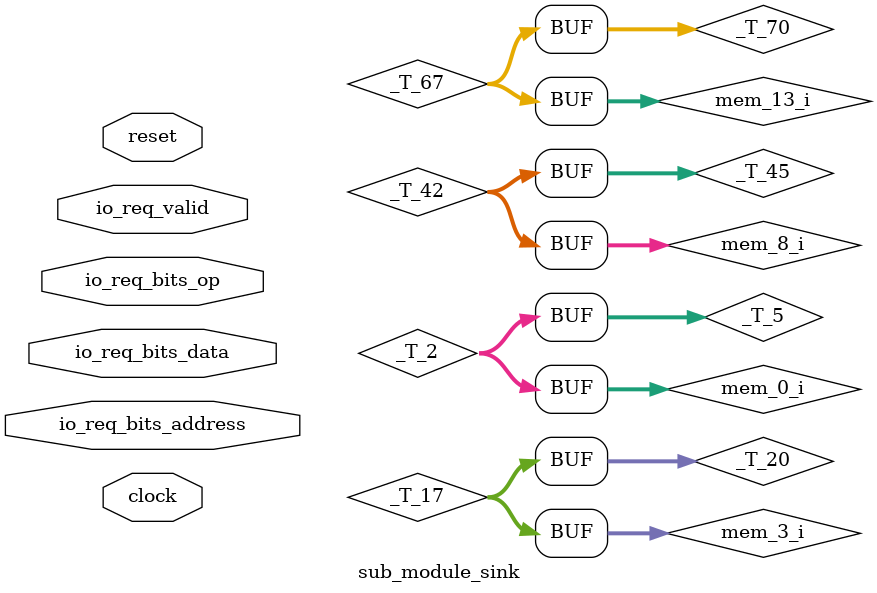
<source format=v>
module method_valid_top(
    input  wire  clock, //@ phgl_generator.py:85
    input  wire  reset  //@ phgl_generator.py:85
);
    wire  md_source_io_req_valid; //@ demo_method_valid.py:46
    wire [3:0] md_source_io_req_bits_op; //@ demo_method_valid.py:46
    wire [3:0] md_source_io_req_bits_address; //@ demo_method_valid.py:46
    wire [31:0] md_source_io_req_bits_data; //@ demo_method_valid.py:46
    wire  md_source_clock; //@ demo_method_valid.py:46
    wire  md_source_reset; //@ demo_method_valid.py:46
    wire  md_sink_io_req_valid; //@ demo_method_valid.py:47
    wire [3:0] md_sink_io_req_bits_op; //@ demo_method_valid.py:47
    wire [3:0] md_sink_io_req_bits_address; //@ demo_method_valid.py:47
    wire [31:0] md_sink_io_req_bits_data; //@ demo_method_valid.py:47
    wire  md_sink_clock; //@ demo_method_valid.py:47
    wire  md_sink_reset; //@ demo_method_valid.py:47
    sub_module_source md_source( //@ demo_method_valid.py:46
        .io_req_valid(md_source_io_req_valid),
        .io_req_bits_op(md_source_io_req_bits_op),
        .io_req_bits_address(md_source_io_req_bits_address),
        .io_req_bits_data(md_source_io_req_bits_data),
        .clock(md_source_clock),
        .reset(md_source_reset)
    );
    assign md_source_clock = clock; //@ demo_method_valid.py:46
    assign md_source_reset = reset; //@ demo_method_valid.py:46
    sub_module_sink md_sink( //@ demo_method_valid.py:47
        .io_req_valid(md_sink_io_req_valid),
        .io_req_bits_op(md_sink_io_req_bits_op),
        .io_req_bits_address(md_sink_io_req_bits_address),
        .io_req_bits_data(md_sink_io_req_bits_data),
        .clock(md_sink_clock),
        .reset(md_sink_reset)
    );
    assign md_sink_clock = clock; //@ demo_method_valid.py:47
    assign md_sink_reset = reset; //@ demo_method_valid.py:47
    assign md_sink_io_req_bits_data = md_source_io_req_bits_data; //@ demo_method_valid.py:48
    assign md_sink_io_req_bits_address = md_source_io_req_bits_address; //@ demo_method_valid.py:48
    assign md_sink_io_req_bits_op = md_source_io_req_bits_op; //@ demo_method_valid.py:48
    assign md_sink_io_req_valid = md_source_io_req_valid; //@ demo_method_valid.py:48
endmodule
module sub_module_source(
    output wire  io_req_valid, //@ demo_method_valid.py:14
    output wire [3:0] io_req_bits_op, //@ demo_method_valid.py:14
    output wire [3:0] io_req_bits_address, //@ demo_method_valid.py:14
    output wire [31:0] io_req_bits_data, //@ demo_method_valid.py:14
    input  wire  clock, //@ demo_method_valid.py:46
    input  wire  reset  //@ demo_method_valid.py:46
);
    assign io_req_valid = 1'h1; //@ demo_method_valid.py:19
    assign io_req_bits_op = 4'h1; //@ demo_method_valid.py:20
    assign io_req_bits_address = 4'h5; //@ demo_method_valid.py:21
    assign io_req_bits_data = 32'h12345678; //@ demo_method_valid.py:22
endmodule
module sub_module_sink(
    input  wire  io_req_valid, //@ demo_method_valid.py:28
    input  wire [3:0] io_req_bits_op, //@ demo_method_valid.py:28
    input  wire [3:0] io_req_bits_address, //@ demo_method_valid.py:28
    input  wire [31:0] io_req_bits_data, //@ demo_method_valid.py:28
    input  wire  clock, //@ demo_method_valid.py:47
    input  wire  reset  //@ demo_method_valid.py:47
);
    wire [31:0] mem_0_i; //@ demo_method_valid.py:33
    reg  [31:0] mem_0_o; //@ demo_method_valid.py:33
    wire [31:0] mem_1_i; //@ demo_method_valid.py:33
    reg  [31:0] mem_1_o; //@ demo_method_valid.py:33
    wire [31:0] mem_2_i; //@ demo_method_valid.py:33
    reg  [31:0] mem_2_o; //@ demo_method_valid.py:33
    wire [31:0] mem_3_i; //@ demo_method_valid.py:33
    reg  [31:0] mem_3_o; //@ demo_method_valid.py:33
    wire [31:0] mem_4_i; //@ demo_method_valid.py:33
    reg  [31:0] mem_4_o; //@ demo_method_valid.py:33
    wire [31:0] mem_5_i; //@ demo_method_valid.py:33
    reg  [31:0] mem_5_o; //@ demo_method_valid.py:33
    wire [31:0] mem_6_i; //@ demo_method_valid.py:33
    reg  [31:0] mem_6_o; //@ demo_method_valid.py:33
    wire [31:0] mem_7_i; //@ demo_method_valid.py:33
    reg  [31:0] mem_7_o; //@ demo_method_valid.py:33
    wire [31:0] mem_8_i; //@ demo_method_valid.py:33
    reg  [31:0] mem_8_o; //@ demo_method_valid.py:33
    wire [31:0] mem_9_i; //@ demo_method_valid.py:33
    reg  [31:0] mem_9_o; //@ demo_method_valid.py:33
    wire [31:0] mem_10_i; //@ demo_method_valid.py:33
    reg  [31:0] mem_10_o; //@ demo_method_valid.py:33
    wire [31:0] mem_11_i; //@ demo_method_valid.py:33
    reg  [31:0] mem_11_o; //@ demo_method_valid.py:33
    wire [31:0] mem_12_i; //@ demo_method_valid.py:33
    reg  [31:0] mem_12_o; //@ demo_method_valid.py:33
    wire [31:0] mem_13_i; //@ demo_method_valid.py:33
    reg  [31:0] mem_13_o; //@ demo_method_valid.py:33
    wire [31:0] mem_14_i; //@ demo_method_valid.py:33
    reg  [31:0] mem_14_o; //@ demo_method_valid.py:33
    wire [31:0] mem_15_i; //@ demo_method_valid.py:33
    reg  [31:0] mem_15_o; //@ demo_method_valid.py:33
    wire  _T_0; //@ demo_method_valid.py:35
    wire  _T_1; //@ demo_method_valid.py:36
    wire [31:0] _T_2; //@ demo_method_valid.py:36
    wire  _T_3; //@ demo_method_valid.py:36
    wire  _T_4; //@ demo_method_valid.py:36
    wire [31:0] _T_5; //@ demo_method_valid.py:36
    wire  _T_6; //@ demo_method_valid.py:36
    wire [31:0] _T_7; //@ demo_method_valid.py:36
    wire  _T_8; //@ demo_method_valid.py:36
    wire  _T_9; //@ demo_method_valid.py:36
    wire [31:0] _T_10; //@ demo_method_valid.py:36
    wire  _T_11; //@ demo_method_valid.py:36
    wire [31:0] _T_12; //@ demo_method_valid.py:36
    wire  _T_13; //@ demo_method_valid.py:36
    wire  _T_14; //@ demo_method_valid.py:36
    wire [31:0] _T_15; //@ demo_method_valid.py:36
    wire  _T_16; //@ demo_method_valid.py:36
    wire [31:0] _T_17; //@ demo_method_valid.py:36
    wire  _T_18; //@ demo_method_valid.py:36
    wire  _T_19; //@ demo_method_valid.py:36
    wire [31:0] _T_20; //@ demo_method_valid.py:36
    wire  _T_21; //@ demo_method_valid.py:36
    wire [31:0] _T_22; //@ demo_method_valid.py:36
    wire  _T_23; //@ demo_method_valid.py:36
    wire  _T_24; //@ demo_method_valid.py:36
    wire [31:0] _T_25; //@ demo_method_valid.py:36
    wire  _T_26; //@ demo_method_valid.py:36
    wire [31:0] _T_27; //@ demo_method_valid.py:36
    wire  _T_28; //@ demo_method_valid.py:36
    wire  _T_29; //@ demo_method_valid.py:36
    wire [31:0] _T_30; //@ demo_method_valid.py:36
    wire  _T_31; //@ demo_method_valid.py:36
    wire [31:0] _T_32; //@ demo_method_valid.py:36
    wire  _T_33; //@ demo_method_valid.py:36
    wire  _T_34; //@ demo_method_valid.py:36
    wire [31:0] _T_35; //@ demo_method_valid.py:36
    wire  _T_36; //@ demo_method_valid.py:36
    wire [31:0] _T_37; //@ demo_method_valid.py:36
    wire  _T_38; //@ demo_method_valid.py:36
    wire  _T_39; //@ demo_method_valid.py:36
    wire [31:0] _T_40; //@ demo_method_valid.py:36
    wire  _T_41; //@ demo_method_valid.py:36
    wire [31:0] _T_42; //@ demo_method_valid.py:36
    wire  _T_43; //@ demo_method_valid.py:36
    wire  _T_44; //@ demo_method_valid.py:36
    wire [31:0] _T_45; //@ demo_method_valid.py:36
    wire  _T_46; //@ demo_method_valid.py:36
    wire [31:0] _T_47; //@ demo_method_valid.py:36
    wire  _T_48; //@ demo_method_valid.py:36
    wire  _T_49; //@ demo_method_valid.py:36
    wire [31:0] _T_50; //@ demo_method_valid.py:36
    wire  _T_51; //@ demo_method_valid.py:36
    wire [31:0] _T_52; //@ demo_method_valid.py:36
    wire  _T_53; //@ demo_method_valid.py:36
    wire  _T_54; //@ demo_method_valid.py:36
    wire [31:0] _T_55; //@ demo_method_valid.py:36
    wire  _T_56; //@ demo_method_valid.py:36
    wire [31:0] _T_57; //@ demo_method_valid.py:36
    wire  _T_58; //@ demo_method_valid.py:36
    wire  _T_59; //@ demo_method_valid.py:36
    wire [31:0] _T_60; //@ demo_method_valid.py:36
    wire  _T_61; //@ demo_method_valid.py:36
    wire [31:0] _T_62; //@ demo_method_valid.py:36
    wire  _T_63; //@ demo_method_valid.py:36
    wire  _T_64; //@ demo_method_valid.py:36
    wire [31:0] _T_65; //@ demo_method_valid.py:36
    wire  _T_66; //@ demo_method_valid.py:36
    wire [31:0] _T_67; //@ demo_method_valid.py:36
    wire  _T_68; //@ demo_method_valid.py:36
    wire  _T_69; //@ demo_method_valid.py:36
    wire [31:0] _T_70; //@ demo_method_valid.py:36
    wire  _T_71; //@ demo_method_valid.py:36
    wire [31:0] _T_72; //@ demo_method_valid.py:36
    wire  _T_73; //@ demo_method_valid.py:36
    wire  _T_74; //@ demo_method_valid.py:36
    wire [31:0] _T_75; //@ demo_method_valid.py:36
    wire  _T_76; //@ demo_method_valid.py:36
    wire [31:0] _T_77; //@ demo_method_valid.py:36
    wire  _T_78; //@ demo_method_valid.py:36
    wire  _T_79; //@ demo_method_valid.py:36
    wire [31:0] _T_80; //@ demo_method_valid.py:36
    always @(posedge clock) //@ demo_method_valid.py:33
        mem_0_o <= mem_0_i;
    always @(posedge clock) //@ demo_method_valid.py:33
        mem_1_o <= mem_1_i;
    always @(posedge clock) //@ demo_method_valid.py:33
        mem_2_o <= mem_2_i;
    always @(posedge clock) //@ demo_method_valid.py:33
        mem_3_o <= mem_3_i;
    always @(posedge clock) //@ demo_method_valid.py:33
        mem_4_o <= mem_4_i;
    always @(posedge clock) //@ demo_method_valid.py:33
        mem_5_o <= mem_5_i;
    always @(posedge clock) //@ demo_method_valid.py:33
        mem_6_o <= mem_6_i;
    always @(posedge clock) //@ demo_method_valid.py:33
        mem_7_o <= mem_7_i;
    always @(posedge clock) //@ demo_method_valid.py:33
        mem_8_o <= mem_8_i;
    always @(posedge clock) //@ demo_method_valid.py:33
        mem_9_o <= mem_9_i;
    always @(posedge clock) //@ demo_method_valid.py:33
        mem_10_o <= mem_10_i;
    always @(posedge clock) //@ demo_method_valid.py:33
        mem_11_o <= mem_11_i;
    always @(posedge clock) //@ demo_method_valid.py:33
        mem_12_o <= mem_12_i;
    always @(posedge clock) //@ demo_method_valid.py:33
        mem_13_o <= mem_13_i;
    always @(posedge clock) //@ demo_method_valid.py:33
        mem_14_o <= mem_14_i;
    always @(posedge clock) //@ demo_method_valid.py:33
        mem_15_o <= mem_15_i;
    assign _T_0 = (io_req_bits_op == 4'h1); //@ demo_method_valid.py:35
    assign _T_1 = (io_req_bits_address == 4'h0); //@ demo_method_valid.py:36
    assign _T_3 = (io_req_valid & _T_0); //@ demo_method_valid.py:36
    assign _T_4 = (_T_3 & _T_1); //@ demo_method_valid.py:36
    assign _T_5 = (_T_4 ? io_req_bits_data : mem_0_o); //@ demo_method_valid.py:36
    assign _T_2 = _T_5; //@ demo_method_valid.py:36
    assign mem_0_i = _T_2; //@ demo_method_valid.py:36
    assign _T_6 = (io_req_bits_address == 4'h1); //@ demo_method_valid.py:36
    assign _T_8 = (io_req_valid & _T_0); //@ demo_method_valid.py:36
    assign _T_9 = (_T_8 & _T_6); //@ demo_method_valid.py:36
    assign _T_10 = (_T_9 ? io_req_bits_data : mem_1_o); //@ demo_method_valid.py:36
    assign _T_7 = _T_10; //@ demo_method_valid.py:36
    assign mem_1_i = _T_7; //@ demo_method_valid.py:36
    assign _T_11 = (io_req_bits_address == 4'h2); //@ demo_method_valid.py:36
    assign _T_13 = (io_req_valid & _T_0); //@ demo_method_valid.py:36
    assign _T_14 = (_T_13 & _T_11); //@ demo_method_valid.py:36
    assign _T_15 = (_T_14 ? io_req_bits_data : mem_2_o); //@ demo_method_valid.py:36
    assign _T_12 = _T_15; //@ demo_method_valid.py:36
    assign mem_2_i = _T_12; //@ demo_method_valid.py:36
    assign _T_16 = (io_req_bits_address == 4'h3); //@ demo_method_valid.py:36
    assign _T_18 = (io_req_valid & _T_0); //@ demo_method_valid.py:36
    assign _T_19 = (_T_18 & _T_16); //@ demo_method_valid.py:36
    assign _T_20 = (_T_19 ? io_req_bits_data : mem_3_o); //@ demo_method_valid.py:36
    assign _T_17 = _T_20; //@ demo_method_valid.py:36
    assign mem_3_i = _T_17; //@ demo_method_valid.py:36
    assign _T_21 = (io_req_bits_address == 4'h4); //@ demo_method_valid.py:36
    assign _T_23 = (io_req_valid & _T_0); //@ demo_method_valid.py:36
    assign _T_24 = (_T_23 & _T_21); //@ demo_method_valid.py:36
    assign _T_25 = (_T_24 ? io_req_bits_data : mem_4_o); //@ demo_method_valid.py:36
    assign _T_22 = _T_25; //@ demo_method_valid.py:36
    assign mem_4_i = _T_22; //@ demo_method_valid.py:36
    assign _T_26 = (io_req_bits_address == 4'h5); //@ demo_method_valid.py:36
    assign _T_28 = (io_req_valid & _T_0); //@ demo_method_valid.py:36
    assign _T_29 = (_T_28 & _T_26); //@ demo_method_valid.py:36
    assign _T_30 = (_T_29 ? io_req_bits_data : mem_5_o); //@ demo_method_valid.py:36
    assign _T_27 = _T_30; //@ demo_method_valid.py:36
    assign mem_5_i = _T_27; //@ demo_method_valid.py:36
    assign _T_31 = (io_req_bits_address == 4'h6); //@ demo_method_valid.py:36
    assign _T_33 = (io_req_valid & _T_0); //@ demo_method_valid.py:36
    assign _T_34 = (_T_33 & _T_31); //@ demo_method_valid.py:36
    assign _T_35 = (_T_34 ? io_req_bits_data : mem_6_o); //@ demo_method_valid.py:36
    assign _T_32 = _T_35; //@ demo_method_valid.py:36
    assign mem_6_i = _T_32; //@ demo_method_valid.py:36
    assign _T_36 = (io_req_bits_address == 4'h7); //@ demo_method_valid.py:36
    assign _T_38 = (io_req_valid & _T_0); //@ demo_method_valid.py:36
    assign _T_39 = (_T_38 & _T_36); //@ demo_method_valid.py:36
    assign _T_40 = (_T_39 ? io_req_bits_data : mem_7_o); //@ demo_method_valid.py:36
    assign _T_37 = _T_40; //@ demo_method_valid.py:36
    assign mem_7_i = _T_37; //@ demo_method_valid.py:36
    assign _T_41 = (io_req_bits_address == 4'h8); //@ demo_method_valid.py:36
    assign _T_43 = (io_req_valid & _T_0); //@ demo_method_valid.py:36
    assign _T_44 = (_T_43 & _T_41); //@ demo_method_valid.py:36
    assign _T_45 = (_T_44 ? io_req_bits_data : mem_8_o); //@ demo_method_valid.py:36
    assign _T_42 = _T_45; //@ demo_method_valid.py:36
    assign mem_8_i = _T_42; //@ demo_method_valid.py:36
    assign _T_46 = (io_req_bits_address == 4'h9); //@ demo_method_valid.py:36
    assign _T_48 = (io_req_valid & _T_0); //@ demo_method_valid.py:36
    assign _T_49 = (_T_48 & _T_46); //@ demo_method_valid.py:36
    assign _T_50 = (_T_49 ? io_req_bits_data : mem_9_o); //@ demo_method_valid.py:36
    assign _T_47 = _T_50; //@ demo_method_valid.py:36
    assign mem_9_i = _T_47; //@ demo_method_valid.py:36
    assign _T_51 = (io_req_bits_address == 4'ha); //@ demo_method_valid.py:36
    assign _T_53 = (io_req_valid & _T_0); //@ demo_method_valid.py:36
    assign _T_54 = (_T_53 & _T_51); //@ demo_method_valid.py:36
    assign _T_55 = (_T_54 ? io_req_bits_data : mem_10_o); //@ demo_method_valid.py:36
    assign _T_52 = _T_55; //@ demo_method_valid.py:36
    assign mem_10_i = _T_52; //@ demo_method_valid.py:36
    assign _T_56 = (io_req_bits_address == 4'hb); //@ demo_method_valid.py:36
    assign _T_58 = (io_req_valid & _T_0); //@ demo_method_valid.py:36
    assign _T_59 = (_T_58 & _T_56); //@ demo_method_valid.py:36
    assign _T_60 = (_T_59 ? io_req_bits_data : mem_11_o); //@ demo_method_valid.py:36
    assign _T_57 = _T_60; //@ demo_method_valid.py:36
    assign mem_11_i = _T_57; //@ demo_method_valid.py:36
    assign _T_61 = (io_req_bits_address == 4'hc); //@ demo_method_valid.py:36
    assign _T_63 = (io_req_valid & _T_0); //@ demo_method_valid.py:36
    assign _T_64 = (_T_63 & _T_61); //@ demo_method_valid.py:36
    assign _T_65 = (_T_64 ? io_req_bits_data : mem_12_o); //@ demo_method_valid.py:36
    assign _T_62 = _T_65; //@ demo_method_valid.py:36
    assign mem_12_i = _T_62; //@ demo_method_valid.py:36
    assign _T_66 = (io_req_bits_address == 4'hd); //@ demo_method_valid.py:36
    assign _T_68 = (io_req_valid & _T_0); //@ demo_method_valid.py:36
    assign _T_69 = (_T_68 & _T_66); //@ demo_method_valid.py:36
    assign _T_70 = (_T_69 ? io_req_bits_data : mem_13_o); //@ demo_method_valid.py:36
    assign _T_67 = _T_70; //@ demo_method_valid.py:36
    assign mem_13_i = _T_67; //@ demo_method_valid.py:36
    assign _T_71 = (io_req_bits_address == 4'he); //@ demo_method_valid.py:36
    assign _T_73 = (io_req_valid & _T_0); //@ demo_method_valid.py:36
    assign _T_74 = (_T_73 & _T_71); //@ demo_method_valid.py:36
    assign _T_75 = (_T_74 ? io_req_bits_data : mem_14_o); //@ demo_method_valid.py:36
    assign _T_72 = _T_75; //@ demo_method_valid.py:36
    assign mem_14_i = _T_72; //@ demo_method_valid.py:36
    assign _T_76 = (io_req_bits_address == 4'hf); //@ demo_method_valid.py:36
    assign _T_78 = (io_req_valid & _T_0); //@ demo_method_valid.py:36
    assign _T_79 = (_T_78 & _T_76); //@ demo_method_valid.py:36
    assign _T_80 = (_T_79 ? io_req_bits_data : mem_15_o); //@ demo_method_valid.py:36
    assign _T_77 = _T_80; //@ demo_method_valid.py:36
    assign mem_15_i = _T_77; //@ demo_method_valid.py:36
endmodule

</source>
